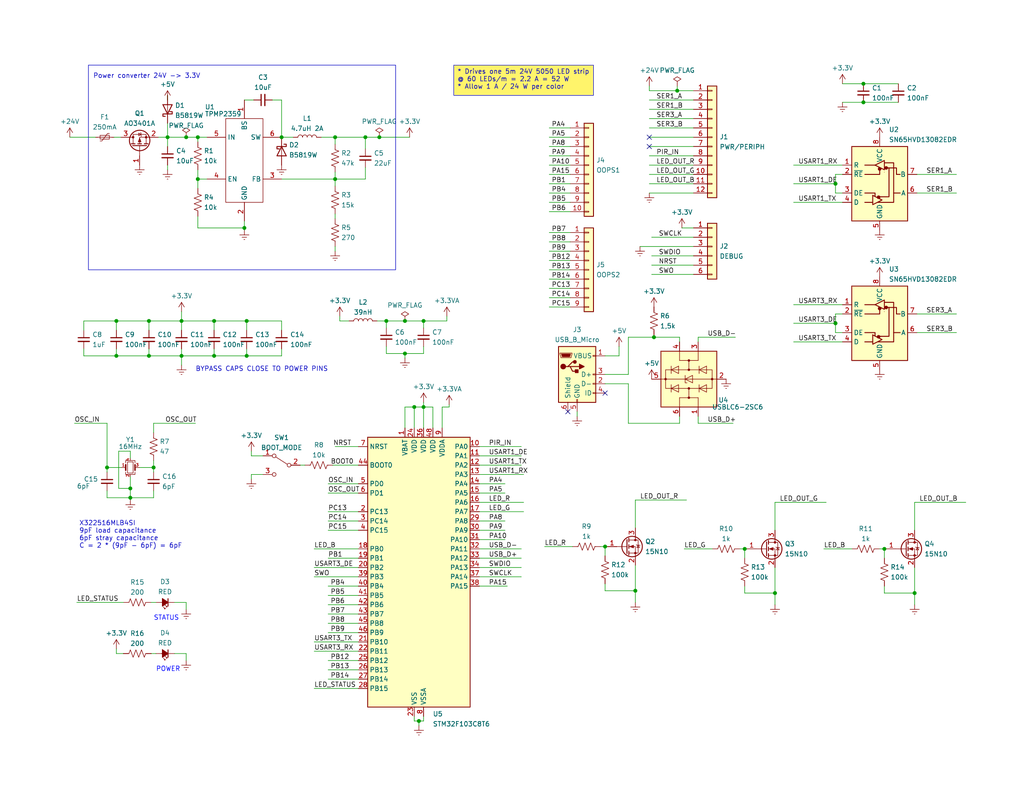
<source format=kicad_sch>
(kicad_sch (version 20230121) (generator eeschema)
  (paper "USLetter")
  (title_block (title "AUINISOMA panel controller") (rev "A"))
  (junction (at 99.695 37.465))
  (junction (at 67.31 87.63))
  (junction (at 114.3 196.85))
  (junction (at 58.42 97.155))
  (junction (at 49.53 97.155))
  (junction (at 110.49 96.52))
  (junction (at 58.42 87.63))
  (junction (at 235.585 27.94))
  (junction (at 178.435 92.075))
  (junction (at 115.57 111.125))
  (junction (at 40.64 97.155))
  (junction (at 35.56 133.35))
  (junction (at 76.835 37.465))
  (junction (at 31.75 87.63))
  (junction (at 29.21 127.635))
  (junction (at 45.72 37.465))
  (junction (at 110.49 87.63))
  (junction (at 53.975 48.895))
  (junction (at 173.355 161.29))
  (junction (at 31.75 97.155))
  (junction (at 91.44 48.895))
  (junction (at 211.455 161.925))
  (junction (at 113.03 111.125))
  (junction (at 41.91 127.635))
  (junction (at 91.44 37.465))
  (junction (at 103.505 37.465))
  (junction (at 40.64 87.63))
  (junction (at 227.965 88.265))
  (junction (at 66.675 62.23))
  (junction (at 50.8 37.465))
  (junction (at 67.31 97.155))
  (junction (at 115.57 87.63))
  (junction (at 53.975 37.465))
  (junction (at 35.56 135.89))
  (junction (at 235.585 22.86))
  (junction (at 184.785 24.765))
  (junction (at 249.555 161.925))
  (junction (at 227.965 50.165))
  (junction (at 105.41 87.63))
  (junction (at 165.1 149.225))
  (junction (at 203.2 149.86))
  (junction (at 241.3 149.86))
  (junction (at 49.53 87.63))
  (no_connect (at 165.1 107.315))
  (no_connect (at 177.165 37.465))
  (no_connect (at 177.165 40.005))
  (no_connect (at 154.94 112.395))
  (wire (pts (xy 177.165 42.545) (xy 189.23 42.545)))
  (wire (pts (xy 53.975 48.895) (xy 56.515 48.895)))
  (wire (pts (xy 91.44 121.92) (xy 97.79 121.92)))
  (wire (pts (xy 85.725 187.96) (xy 97.79 187.96)))
  (wire (pts (xy 38.1 127.635) (xy 41.91 127.635)))
  (wire (pts (xy 240.03 149.86) (xy 241.3 149.86)))
  (wire (pts (xy 130.81 152.4) (xy 142.24 152.4)))
  (wire (pts (xy 110.49 96.52) (xy 115.57 96.52)))
  (wire (pts (xy 99.695 37.465) (xy 91.44 37.465)))
  (wire (pts (xy 165.1 102.235) (xy 171.45 102.235)))
  (wire (pts (xy 149.86 55.245) (xy 155.575 55.245)))
  (wire (pts (xy 22.86 87.63) (xy 31.75 87.63)))
  (wire (pts (xy 58.42 97.155) (xy 58.42 95.25)))
  (wire (pts (xy 99.695 40.64) (xy 99.695 37.465)))
  (wire (pts (xy 58.42 87.63) (xy 58.42 90.17)))
  (wire (pts (xy 35.56 123.19) (xy 32.385 123.19)))
  (wire (pts (xy 113.03 111.125) (xy 115.57 111.125)))
  (wire (pts (xy 163.83 149.225) (xy 165.1 149.225)))
  (wire (pts (xy 130.81 129.54) (xy 142.875 129.54)))
  (wire (pts (xy 177.165 40.005) (xy 189.23 40.005)))
  (wire (pts (xy 35.56 133.35) (xy 35.56 135.89)))
  (wire (pts (xy 229.87 27.94) (xy 235.585 27.94)))
  (wire (pts (xy 31.115 37.465) (xy 33.02 37.465)))
  (wire (pts (xy 40.64 97.155) (xy 49.53 97.155)))
  (wire (pts (xy 177.165 29.845) (xy 189.23 29.845)))
  (wire (pts (xy 19.05 37.465) (xy 26.035 37.465)))
  (wire (pts (xy 130.81 149.86) (xy 142.24 149.86)))
  (wire (pts (xy 89.535 152.4) (xy 97.79 152.4)))
  (wire (pts (xy 68.58 130.81) (xy 68.58 129.54)))
  (wire (pts (xy 22.86 97.155) (xy 31.75 97.155)))
  (wire (pts (xy 149.86 34.925) (xy 155.575 34.925)))
  (wire (pts (xy 90.805 127) (xy 97.79 127)))
  (wire (pts (xy 148.59 149.225) (xy 156.21 149.225)))
  (wire (pts (xy 31.75 178.435) (xy 33.655 178.435)))
  (wire (pts (xy 177.165 37.465) (xy 189.23 37.465)))
  (wire (pts (xy 49.53 95.25) (xy 49.53 97.155)))
  (wire (pts (xy 216.535 93.345) (xy 229.87 93.345)))
  (wire (pts (xy 130.81 121.92) (xy 142.24 121.92)))
  (wire (pts (xy 91.44 48.895) (xy 91.44 50.8)))
  (wire (pts (xy 47.625 178.435) (xy 50.8 178.435)))
  (wire (pts (xy 130.81 134.62) (xy 137.795 134.62)))
  (wire (pts (xy 165.1 159.385) (xy 165.1 161.29)))
  (wire (pts (xy 40.64 87.63) (xy 40.64 90.17)))
  (wire (pts (xy 115.57 87.63) (xy 121.92 87.63)))
  (wire (pts (xy 41.91 115.57) (xy 53.34 115.57)))
  (wire (pts (xy 249.555 154.94) (xy 249.555 161.925)))
  (wire (pts (xy 110.49 97.79) (xy 110.49 96.52)))
  (wire (pts (xy 177.165 23.495) (xy 177.165 24.765)))
  (wire (pts (xy 45.72 40.005) (xy 45.72 37.465)))
  (wire (pts (xy 85.725 175.26) (xy 97.79 175.26)))
  (wire (pts (xy 105.41 87.63) (xy 110.49 87.63)))
  (wire (pts (xy 130.81 139.7) (xy 142.875 139.7)))
  (wire (pts (xy 91.44 68.58) (xy 91.44 67.31)))
  (wire (pts (xy 201.93 149.86) (xy 203.2 149.86)))
  (wire (pts (xy 113.03 111.125) (xy 113.03 116.84)))
  (wire (pts (xy 177.165 24.765) (xy 184.785 24.765)))
  (wire (pts (xy 249.555 161.925) (xy 249.555 165.1)))
  (wire (pts (xy 114.3 196.85) (xy 115.57 196.85)))
  (wire (pts (xy 115.57 111.125) (xy 118.11 111.125)))
  (wire (pts (xy 66.675 27.305) (xy 69.215 27.305)))
  (wire (pts (xy 211.455 137.16) (xy 225.425 137.16)))
  (wire (pts (xy 76.835 87.63) (xy 76.835 90.17)))
  (wire (pts (xy 114.3 196.85) (xy 114.3 198.12)))
  (wire (pts (xy 121.92 87.63) (xy 121.92 86.36)))
  (wire (pts (xy 35.56 130.175) (xy 35.56 133.35)))
  (wire (pts (xy 177.165 47.625) (xy 189.23 47.625)))
  (wire (pts (xy 149.86 76.2) (xy 155.575 76.2)))
  (wire (pts (xy 31.75 95.25) (xy 31.75 97.155)))
  (wire (pts (xy 130.81 137.16) (xy 142.875 137.16)))
  (wire (pts (xy 185.42 115.57) (xy 185.42 113.665)))
  (wire (pts (xy 22.86 90.17) (xy 22.86 87.63)))
  (wire (pts (xy 110.49 87.63) (xy 115.57 87.63)))
  (wire (pts (xy 67.31 95.25) (xy 67.31 97.155)))
  (wire (pts (xy 41.91 118.11) (xy 41.91 115.57)))
  (wire (pts (xy 41.275 178.435) (xy 42.545 178.435)))
  (wire (pts (xy 203.2 160.02) (xy 203.2 161.925)))
  (wire (pts (xy 91.44 37.465) (xy 91.44 39.37)))
  (wire (pts (xy 157.48 112.395) (xy 157.48 113.665)))
  (wire (pts (xy 130.81 127) (xy 142.24 127)))
  (wire (pts (xy 229.87 85.725) (xy 227.965 85.725)))
  (wire (pts (xy 89.535 185.42) (xy 97.79 185.42)))
  (wire (pts (xy 149.86 66.04) (xy 155.575 66.04)))
  (wire (pts (xy 89.535 180.34) (xy 97.79 180.34)))
  (wire (pts (xy 177.165 27.305) (xy 189.23 27.305)))
  (wire (pts (xy 49.53 85.09) (xy 49.53 87.63)))
  (wire (pts (xy 89.535 172.72) (xy 97.79 172.72)))
  (wire (pts (xy 105.41 87.63) (xy 105.41 89.535)))
  (wire (pts (xy 216.535 55.245) (xy 229.87 55.245)))
  (wire (pts (xy 177.165 45.085) (xy 189.23 45.085)))
  (wire (pts (xy 49.53 97.155) (xy 58.42 97.155)))
  (wire (pts (xy 229.87 90.805) (xy 227.965 90.805)))
  (wire (pts (xy 241.3 161.925) (xy 249.555 161.925)))
  (wire (pts (xy 89.535 167.64) (xy 97.79 167.64)))
  (wire (pts (xy 89.535 160.02) (xy 97.79 160.02)))
  (wire (pts (xy 99.695 45.72) (xy 99.695 48.895)))
  (wire (pts (xy 41.91 125.73) (xy 41.91 127.635)))
  (wire (pts (xy 31.75 97.155) (xy 40.64 97.155)))
  (wire (pts (xy 249.555 144.78) (xy 249.555 137.16)))
  (wire (pts (xy 149.86 81.28) (xy 155.575 81.28)))
  (wire (pts (xy 165.1 151.765) (xy 165.1 149.225)))
  (wire (pts (xy 203.2 152.4) (xy 203.2 149.86)))
  (wire (pts (xy 168.91 94.615) (xy 168.91 97.155)))
  (wire (pts (xy 67.31 87.63) (xy 67.31 90.17)))
  (wire (pts (xy 149.86 45.085) (xy 155.575 45.085)))
  (wire (pts (xy 173.355 161.29) (xy 173.355 164.465)))
  (wire (pts (xy 41.91 127.635) (xy 41.91 128.905)))
  (wire (pts (xy 102.87 87.63) (xy 105.41 87.63)))
  (wire (pts (xy 229.87 22.86) (xy 235.585 22.86)))
  (wire (pts (xy 32.385 123.19) (xy 32.385 133.35)))
  (wire (pts (xy 203.2 161.925) (xy 211.455 161.925)))
  (wire (pts (xy 47.625 164.465) (xy 50.8 164.465)))
  (wire (pts (xy 149.86 50.165) (xy 155.575 50.165)))
  (wire (pts (xy 149.86 68.58) (xy 155.575 68.58)))
  (wire (pts (xy 203.2 149.86) (xy 203.835 149.86)))
  (wire (pts (xy 130.81 154.94) (xy 142.24 154.94)))
  (wire (pts (xy 130.81 124.46) (xy 142.24 124.46)))
  (wire (pts (xy 173.355 136.525) (xy 187.325 136.525)))
  (wire (pts (xy 130.81 157.48) (xy 142.24 157.48)))
  (wire (pts (xy 31.75 177.165) (xy 31.75 178.435)))
  (wire (pts (xy 229.87 52.705) (xy 227.965 52.705)))
  (wire (pts (xy 211.455 161.925) (xy 211.455 165.1)))
  (wire (pts (xy 115.57 87.63) (xy 115.57 89.535)))
  (wire (pts (xy 41.91 135.89) (xy 41.91 133.985)))
  (wire (pts (xy 227.965 47.625) (xy 227.965 50.165)))
  (wire (pts (xy 53.975 62.23) (xy 53.975 59.055)))
  (wire (pts (xy 68.58 129.54) (xy 71.755 129.54)))
  (wire (pts (xy 113.03 195.58) (xy 113.03 196.85)))
  (wire (pts (xy 115.57 196.85) (xy 115.57 195.58)))
  (wire (pts (xy 165.1 161.29) (xy 173.355 161.29)))
  (wire (pts (xy 186.055 62.23) (xy 189.23 62.23)))
  (wire (pts (xy 66.675 60.325) (xy 66.675 62.23)))
  (wire (pts (xy 67.31 87.63) (xy 76.835 87.63)))
  (wire (pts (xy 113.03 196.85) (xy 114.3 196.85)))
  (wire (pts (xy 89.535 162.56) (xy 97.79 162.56)))
  (wire (pts (xy 249.555 137.16) (xy 263.525 137.16)))
  (wire (pts (xy 76.835 97.155) (xy 67.31 97.155)))
  (wire (pts (xy 178.435 92.075) (xy 185.42 92.075)))
  (wire (pts (xy 22.86 95.25) (xy 22.86 97.155)))
  (wire (pts (xy 185.42 92.075) (xy 185.42 93.345)))
  (wire (pts (xy 115.57 96.52) (xy 115.57 94.615)))
  (wire (pts (xy 178.435 91.44) (xy 178.435 92.075)))
  (wire (pts (xy 120.65 111.125) (xy 120.65 116.84)))
  (wire (pts (xy 89.535 142.24) (xy 97.79 142.24)))
  (wire (pts (xy 89.535 170.18) (xy 97.79 170.18)))
  (wire (pts (xy 227.965 85.725) (xy 227.965 88.265)))
  (wire (pts (xy 184.785 23.495) (xy 184.785 24.765)))
  (wire (pts (xy 89.535 139.7) (xy 97.79 139.7)))
  (wire (pts (xy 130.81 160.02) (xy 138.43 160.02)))
  (wire (pts (xy 45.72 46.355) (xy 45.72 45.085)))
  (wire (pts (xy 20.32 115.57) (xy 29.21 115.57)))
  (wire (pts (xy 130.81 142.24) (xy 137.795 142.24)))
  (wire (pts (xy 29.21 127.635) (xy 29.21 128.905)))
  (wire (pts (xy 216.535 83.185) (xy 229.87 83.185)))
  (wire (pts (xy 122.555 111.125) (xy 120.65 111.125)))
  (wire (pts (xy 227.965 90.805) (xy 227.965 88.265)))
  (wire (pts (xy 211.455 154.94) (xy 211.455 161.925)))
  (wire (pts (xy 85.725 149.86) (xy 97.79 149.86)))
  (wire (pts (xy 171.45 115.57) (xy 185.42 115.57)))
  (wire (pts (xy 50.8 164.465) (xy 50.8 166.37)))
  (wire (pts (xy 41.275 164.465) (xy 42.545 164.465)))
  (wire (pts (xy 130.81 132.08) (xy 137.795 132.08)))
  (wire (pts (xy 165.1 104.775) (xy 171.45 104.775)))
  (wire (pts (xy 171.45 92.075) (xy 178.435 92.075)))
  (wire (pts (xy 190.5 115.57) (xy 200.025 115.57)))
  (wire (pts (xy 76.835 37.465) (xy 80.01 37.465)))
  (wire (pts (xy 45.72 37.465) (xy 50.8 37.465)))
  (wire (pts (xy 56.515 37.465) (xy 53.975 37.465)))
  (wire (pts (xy 49.53 99.695) (xy 49.53 97.155)))
  (wire (pts (xy 173.355 144.145) (xy 173.355 136.525)))
  (wire (pts (xy 29.21 135.89) (xy 29.21 133.985)))
  (wire (pts (xy 40.64 87.63) (xy 49.53 87.63)))
  (wire (pts (xy 224.79 149.86) (xy 232.41 149.86)))
  (wire (pts (xy 115.57 111.125) (xy 115.57 116.84)))
  (wire (pts (xy 241.3 152.4) (xy 241.3 149.86)))
  (wire (pts (xy 76.835 95.25) (xy 76.835 97.155)))
  (wire (pts (xy 87.63 37.465) (xy 91.44 37.465)))
  (wire (pts (xy 130.81 147.32) (xy 137.795 147.32)))
  (wire (pts (xy 149.86 40.005) (xy 155.575 40.005)))
  (wire (pts (xy 103.505 37.465) (xy 111.76 37.465)))
  (wire (pts (xy 115.57 109.855) (xy 115.57 111.125)))
  (wire (pts (xy 110.49 111.125) (xy 110.49 116.84)))
  (wire (pts (xy 250.19 85.725) (xy 260.985 85.725)))
  (wire (pts (xy 177.8 69.85) (xy 189.23 69.85)))
  (wire (pts (xy 89.535 165.1) (xy 97.79 165.1)))
  (wire (pts (xy 216.535 50.165) (xy 227.965 50.165)))
  (wire (pts (xy 68.58 124.46) (xy 71.755 124.46)))
  (wire (pts (xy 45.72 26.035) (xy 45.72 27.305)))
  (wire (pts (xy 50.8 37.465) (xy 53.975 37.465)))
  (wire (pts (xy 89.535 144.78) (xy 97.79 144.78)))
  (wire (pts (xy 105.41 94.615) (xy 105.41 96.52)))
  (wire (pts (xy 66.675 62.865) (xy 66.675 62.23)))
  (wire (pts (xy 149.86 37.465) (xy 155.575 37.465)))
  (wire (pts (xy 149.86 47.625) (xy 155.575 47.625)))
  (wire (pts (xy 43.18 37.465) (xy 45.72 37.465)))
  (wire (pts (xy 49.53 87.63) (xy 49.53 90.17)))
  (wire (pts (xy 177.8 64.77) (xy 189.23 64.77)))
  (wire (pts (xy 171.45 102.235) (xy 171.45 92.075)))
  (wire (pts (xy 229.87 47.625) (xy 227.965 47.625)))
  (wire (pts (xy 149.86 78.74) (xy 155.575 78.74)))
  (wire (pts (xy 250.19 52.705) (xy 260.985 52.705)))
  (wire (pts (xy 165.1 149.225) (xy 165.735 149.225)))
  (wire (pts (xy 105.41 96.52) (xy 110.49 96.52)))
  (wire (pts (xy 35.56 125.095) (xy 35.56 123.19)))
  (wire (pts (xy 149.86 63.5) (xy 155.575 63.5)))
  (wire (pts (xy 53.975 37.465) (xy 53.975 38.735)))
  (wire (pts (xy 89.535 182.88) (xy 97.79 182.88)))
  (wire (pts (xy 76.835 48.895) (xy 91.44 48.895)))
  (wire (pts (xy 174.625 67.31) (xy 189.23 67.31)))
  (wire (pts (xy 190.5 92.075) (xy 190.5 93.345)))
  (wire (pts (xy 31.75 87.63) (xy 31.75 90.17)))
  (wire (pts (xy 92.71 87.63) (xy 92.71 86.36)))
  (wire (pts (xy 149.86 57.785) (xy 155.575 57.785)))
  (wire (pts (xy 184.785 24.765) (xy 189.23 24.765)))
  (wire (pts (xy 177.165 34.925) (xy 189.23 34.925)))
  (wire (pts (xy 235.585 27.94) (xy 245.11 27.94)))
  (wire (pts (xy 241.3 160.02) (xy 241.3 161.925)))
  (wire (pts (xy 66.675 62.23) (xy 53.975 62.23)))
  (wire (pts (xy 74.295 27.305) (xy 76.835 27.305)))
  (wire (pts (xy 89.535 134.62) (xy 97.79 134.62)))
  (wire (pts (xy 81.915 127) (xy 83.185 127)))
  (wire (pts (xy 29.21 135.89) (xy 35.56 135.89)))
  (wire (pts (xy 29.21 127.635) (xy 33.02 127.635)))
  (wire (pts (xy 149.86 42.545) (xy 155.575 42.545)))
  (wire (pts (xy 235.585 22.86) (xy 245.11 22.86)))
  (wire (pts (xy 177.8 72.39) (xy 189.23 72.39)))
  (wire (pts (xy 149.86 83.82) (xy 155.575 83.82)))
  (wire (pts (xy 171.45 104.775) (xy 171.45 115.57)))
  (wire (pts (xy 91.44 48.895) (xy 99.695 48.895)))
  (wire (pts (xy 250.19 47.625) (xy 260.985 47.625)))
  (wire (pts (xy 130.81 144.78) (xy 137.795 144.78)))
  (wire (pts (xy 211.455 144.78) (xy 211.455 137.16)))
  (wire (pts (xy 227.965 52.705) (xy 227.965 50.165)))
  (wire (pts (xy 53.975 48.895) (xy 53.975 51.435)))
  (wire (pts (xy 53.975 46.355) (xy 53.975 48.895)))
  (wire (pts (xy 85.725 177.8) (xy 97.79 177.8)))
  (wire (pts (xy 91.44 46.99) (xy 91.44 48.895)))
  (wire (pts (xy 45.72 33.655) (xy 45.72 37.465)))
  (wire (pts (xy 190.5 115.57) (xy 190.5 113.665)))
  (wire (pts (xy 58.42 87.63) (xy 67.31 87.63)))
  (wire (pts (xy 149.86 71.12) (xy 155.575 71.12)))
  (wire (pts (xy 177.165 50.165) (xy 189.23 50.165)))
  (wire (pts (xy 149.86 52.705) (xy 155.575 52.705)))
  (wire (pts (xy 99.695 37.465) (xy 103.505 37.465)))
  (wire (pts (xy 76.835 27.305) (xy 76.835 37.465)))
  (wire (pts (xy 165.1 97.155) (xy 168.91 97.155)))
  (wire (pts (xy 35.56 136.525) (xy 35.56 135.89)))
  (wire (pts (xy 91.44 58.42) (xy 91.44 59.69)))
  (wire (pts (xy 190.5 92.075) (xy 200.66 92.075)))
  (wire (pts (xy 110.49 111.125) (xy 113.03 111.125)))
  (wire (pts (xy 241.3 149.86) (xy 241.935 149.86)))
  (wire (pts (xy 122.555 111.125) (xy 122.555 110.49)))
  (wire (pts (xy 177.165 52.705) (xy 189.23 52.705)))
  (wire (pts (xy 31.75 87.63) (xy 40.64 87.63)))
  (wire (pts (xy 250.19 90.805) (xy 260.985 90.805)))
  (wire (pts (xy 173.355 154.305) (xy 173.355 161.29)))
  (wire (pts (xy 40.64 95.25) (xy 40.64 97.155)))
  (wire (pts (xy 67.31 97.155) (xy 58.42 97.155)))
  (wire (pts (xy 50.8 178.435) (xy 50.8 180.34)))
  (wire (pts (xy 89.535 132.08) (xy 97.79 132.08)))
  (wire (pts (xy 118.11 111.125) (xy 118.11 116.84)))
  (wire (pts (xy 216.535 45.085) (xy 229.87 45.085)))
  (wire (pts (xy 216.535 88.265) (xy 227.965 88.265)))
  (wire (pts (xy 186.69 149.86) (xy 194.31 149.86)))
  (wire (pts (xy 68.58 123.19) (xy 68.58 124.46)))
  (wire (pts (xy 95.25 87.63) (xy 92.71 87.63)))
  (wire (pts (xy 177.8 74.93) (xy 189.23 74.93)))
  (wire (pts (xy 85.725 154.94) (xy 97.79 154.94)))
  (wire (pts (xy 35.56 135.89) (xy 41.91 135.89)))
  (wire (pts (xy 149.86 73.66) (xy 155.575 73.66)))
  (wire (pts (xy 49.53 87.63) (xy 58.42 87.63)))
  (wire (pts (xy 177.165 32.385) (xy 189.23 32.385)))
  (wire (pts (xy 32.385 133.35) (xy 35.56 133.35)))
  (wire (pts (xy 29.21 115.57) (xy 29.21 127.635)))
  (wire (pts (xy 85.725 157.48) (xy 97.79 157.48)))
  (wire (pts (xy 20.955 164.465) (xy 33.655 164.465)))
  (rectangle (start 24.13 17.78) (end 107.95 73.66))
  (text_box "* Drives one 5m 24V 5050 LED strip @ 60 LEDs/m = 2.2 A = 52 W\n* Allow 1 A / 24 W per color\n" (at 123.825 17.78 0) (size 38.1 8.255) (fill (type color) (color 255 244 107 1)) (effects (font (size 1.27 1.27)) (justify left top)))
  (text "BYPASS CAPS CLOSE TO POWER PINS" (at 53.34 101.6 0) (effects (font (size 1.27 1.27)) (justify left bottom)))
  (text "Power converter 24V -> 3.3V" (at 25.4 21.59 0) (effects (font (size 1.27 1.27)) (justify left bottom)))
  (text "POWER" (at 42.545 183.515 0) (effects (font (size 1.27 1.27)) (justify left bottom)))
  (text "STATUS" (at 41.91 169.545 0) (effects (font (size 1.27 1.27)) (justify left bottom)))
  (text "X322516MLB4SI\n9pF load capacitance\n6pF stray capacitance\nC = 2 * (9pF - 6pF) = 6pF" (at 21.59 149.86 0) (effects (font (size 1.27 1.27)) (justify left bottom)))
  (label "LED_R" (at 133.35 137.16 0))
  (label "PB1" (at 150.495 50.165 0))
  (label "PB8" (at 150.495 66.04 0))
  (label "PB14" (at 90.17 185.42 0))
  (label "PB13" (at 90.17 182.88 0))
  (label "USART1_RX" (at 217.805 45.085 0))
  (label "PB6" (at 90.17 165.1 0))
  (label "USB_D+" (at 193.04 115.57 0))
  (label "LED_OUT_R" (at 174.625 136.525 0))
  (label "LED_OUT_R" (at 179.07 45.085 0))
  (label "PB9" (at 90.17 172.72 0))
  (label "PB14" (at 150.495 76.2 0))
  (label "USB_D-" (at 193.04 92.075 0))
  (label "PB6" (at 150.495 57.785 0))
  (label "PB7" (at 150.495 63.5 0))
  (label "PA10" (at 133.35 147.32 0))
  (label "USART3_RX" (at 217.805 83.185 0))
  (label "SER3_A" (at 179.07 32.385 0))
  (label "SWO" (at 179.705 74.93 0))
  (label "LED_OUT_B" (at 179.07 50.165 0))
  (label "PA8" (at 133.35 142.24 0))
  (label "PB12" (at 150.495 71.12 0))
  (label "USART1_RX" (at 133.35 129.54 0))
  (label "SWO" (at 85.725 157.48 0))
  (label "PB12" (at 90.17 180.34 0))
  (label "SER1_A" (at 179.07 27.305 0))
  (label "SWCLK" (at 133.35 157.48 0))
  (label "PA4" (at 133.35 132.08 0))
  (label "USART3_DE" (at 217.805 88.265 0))
  (label "LED_STATUS" (at 85.725 187.96 0))
  (label "SWDIO" (at 133.35 154.94 0))
  (label "OSC_OUT" (at 89.535 134.62 0))
  (label "PB5" (at 150.495 55.245 0))
  (label "USART1_TX" (at 217.805 55.245 0))
  (label "LED_B" (at 224.79 149.86 0))
  (label "PA5" (at 150.495 37.465 0))
  (label "USART1_DE" (at 133.35 124.46 0))
  (label "PB1" (at 89.535 152.4 0))
  (label "PC15" (at 150.495 83.82 0))
  (label "PB8" (at 90.17 170.18 0))
  (label "PA5" (at 133.35 134.62 0))
  (label "OSC_OUT" (at 45.085 115.57 0))
  (label "OSC_IN" (at 20.32 115.57 0))
  (label "LED_OUT_G" (at 179.07 47.625 0))
  (label "USART1_DE" (at 217.805 50.165 0))
  (label "PC14" (at 89.535 142.24 0))
  (label "SWDIO" (at 179.705 69.85 0))
  (label "SER3_B" (at 252.73 90.805 0))
  (label "NRST" (at 179.705 72.39 0))
  (label "PB4" (at 90.17 160.02 0))
  (label "PA9" (at 150.495 42.545 0))
  (label "USART3_DE" (at 85.725 154.94 0))
  (label "USART3_TX" (at 217.805 93.345 0))
  (label "LED_R" (at 148.59 149.225 0))
  (label "SER1_A" (at 252.73 47.625 0))
  (label "SER3_A" (at 252.73 85.725 0))
  (label "LED_OUT_G" (at 212.725 137.16 0))
  (label "PC14" (at 150.495 81.28 0))
  (label "PC13" (at 150.495 78.74 0))
  (label "PA8" (at 150.495 40.005 0))
  (label "PB5" (at 90.17 162.56 0))
  (label "PB7" (at 90.17 167.64 0))
  (label "LED_B" (at 85.725 149.86 0))
  (label "LED_G" (at 186.69 149.86 0))
  (label "USART3_RX" (at 85.725 177.8 0))
  (label "SWCLK" (at 179.705 64.77 0))
  (label "USB_D-" (at 133.35 149.86 0))
  (label "LED_G" (at 133.35 139.7 0))
  (label "PA10" (at 150.495 45.085 0))
  (label "PC13" (at 89.535 139.7 0))
  (label "PA9" (at 133.35 144.78 0))
  (label "PC15" (at 89.535 144.78 0))
  (label "PA15" (at 150.495 47.625 0))
  (label "BOOT0" (at 96.52 127 180))
  (label "PIR_IN" (at 133.35 121.92 0))
  (label "USB_D+" (at 133.35 152.4 0))
  (label "OSC_IN" (at 89.535 132.08 0))
  (label "PB13" (at 150.495 73.66 0))
  (label "LED_STATUS" (at 20.955 164.465 0))
  (label "PA15" (at 133.35 160.02 0))
  (label "PA4" (at 150.495 34.925 0))
  (label "USART1_TX" (at 133.35 127 0))
  (label "SER1_B" (at 179.07 29.845 0))
  (label "PIR_IN" (at 179.07 42.545 0))
  (label "PB9" (at 150.495 68.58 0))
  (label "USART3_TX" (at 85.725 175.26 0))
  (label "SER3_B" (at 179.07 34.925 0))
  (label "PB4" (at 150.495 52.705 0))
  (label "NRST" (at 95.885 121.92 180))
  (label "LED_OUT_B" (at 250.825 137.16 0))
  (label "SER1_B" (at 252.73 52.705 0))
  (symbol (lib_id "power:GNDREF") (at 66.675 62.865 0) (unit 1)
    (property "Reference" "#PWR013" (effects hide))
    (property "Value" "GND" (effects hide))
  )
  (symbol (lib_id "Transistor_FET:AO3400A") (at 170.815 149.225 0) (unit 1)
    (property "Reference" "Q2" (at 176.022 147.8533 0) (effects (justify left)))
    (property "Value" "15N10" (at 176.022 150.5966 0) (effects (justify left)))
    (property "Footprint" "Package_TO_SOT_SMD:TO-252-3_TabPin2" (effects hide))
    (property "Datasheet" "https://datasheet.lcsc.com/lcsc/2212161908_VBsemi-Elec-15N10-TO252-VB_C557919.pdf" (effects hide))
    (property "JCSC Part #" "C557919" (effects hide))
  )
  (symbol (lib_id "Device:R_US") (at 198.12 149.86 90) (unit 1)
    (property "Reference" "R10" (at 198.12 144.348 90))
    (property "Value" "1k" (at 198.12 147.0913 90))
    (property "Footprint" "Resistor_SMD:R_0603_1608Metric" (effects hide))
  )
  (symbol (lib_id "Device:R_US") (at 160.02 149.225 90) (unit 1)
    (property "Reference" "R9" (at 160.02 143.713 90))
    (property "Value" "1k" (at 160.02 146.4563 90))
    (property "Footprint" "Resistor_SMD:R_0603_1608Metric" (effects hide))
  )
  (symbol (lib_id "Device:R_US") (at 53.975 55.245 0) (unit 1)
    (property "Reference" "R4" (at 55.626 53.8733 0) (effects (justify left)))
    (property "Value" "10k" (at 55.626 56.6166 0) (effects (justify left)))
    (property "Footprint" "Resistor_SMD:R_0603_1608Metric" (effects hide))
  )
  (symbol (lib_id "Device:C_Small") (at 29.21 131.445 0) (unit 1)
    (property "Reference" "C15" (at 22.86 130.81 0) (effects (justify left)))
    (property "Value" "6pF" (at 20.955 132.715 0) (effects (justify left)))
    (property "Footprint" "Capacitor_SMD:C_0603_1608Metric" (effects hide))
  )
  (symbol (lib_id "power:+3.3V") (at 92.71 86.36 0) (unit 1)
    (property "Reference" "#PWR020" (effects hide))
    (property "Value" "+3.3V" (at 92.71 82.0674 0))
  )
  (symbol (lib_id "Device:LED_Small_Filled") (at 45.085 164.465 180) (unit 1)
    (property "Reference" "D3" (at 45.0215 158.826 0))
    (property "Value" "RED" (at 45.0215 161.5693 0))
    (property "Footprint" "LED_SMD:LED_0805_2012Metric" (effects hide))
    (property "JCSC Part #" "C2297" (effects hide))
  )
  (symbol (lib_id "power:GNDREF") (at 114.3 198.12 0) (unit 1)
    (property "Reference" "#PWR038" (effects hide))
    (property "Value" "GND" (effects hide))
  )
  (symbol (lib_id "power:GNDREF") (at 173.355 164.465 0) (unit 1)
    (property "Reference" "#PWR034" (effects hide))
    (property "Value" "GND" (effects hide))
  )
  (symbol (lib_id "power:GNDREF") (at 211.455 165.1 0) (unit 1)
    (property "Reference" "#PWR035" (effects hide))
    (property "Value" "GND" (effects hide))
  )
  (symbol (lib_id "Device:Crystal_GND24_Small") (at 35.56 127.635 0) (unit 1)
    (property "Reference" "Y1" (at 35.56 120.015 0))
    (property "Value" "16MHz" (at 35.56 121.92 0))
    (property "Footprint" "Crystal:Crystal_SMD_3225-4Pin_3.2x2.5mm" (effects hide))
  )
  (symbol (lib_id "power:+3.3V") (at 115.57 109.855 0) (unit 1)
    (property "Reference" "#PWR028" (effects hide))
    (property "Value" "+3.3V" (at 115.57 105.5624 0))
  )
  (symbol (lib_id "MCU_ST_STM32F1:STM32F103C8Tx") (at 113.03 157.48 0) (unit 1)
    (property "Reference" "U5" (at 118.072 194.9196 0) (effects (justify left)))
    (property "Value" "STM32F103C8T6" (at 118.072 197.6629 0) (effects (justify left)))
    (property "Footprint" "Package_QFP:LQFP-48_7x7mm_P0.5mm" (effects hide))
    (property "Datasheet" "https://www.st.com/resource/en/datasheet/stm32f103c8.pdf" (effects hide))
  )
  (symbol (lib_id "Device:C_Small") (at 245.11 25.4 0) (unit 1)
    (property "Reference" "C2" (at 247.4341 24.0346 0) (effects (justify left)))
    (property "Value" "100nF" (at 247.4341 26.7779 0) (effects (justify left)))
    (property "Footprint" "Capacitor_SMD:C_0402_1005Metric" (effects hide))
  )
  (symbol (lib_id "Device:C_Small") (at 40.64 92.71 0) (unit 1)
    (property "Reference" "C10" (at 42.9641 91.3446 0) (effects (justify left)))
    (property "Value" "100nF" (at 42.9641 94.0879 0) (effects (justify left)))
    (property "Footprint" "Capacitor_SMD:C_0402_1005Metric" (effects hide))
  )
  (symbol (lib_id "power:+3.3V") (at 240.03 75.565 0) (unit 1)
    (property "Reference" "#PWR017" (effects hide))
    (property "Value" "+3.3V" (at 240.03 71.2724 0))
  )
  (symbol (lib_id "power:+3.3VA") (at 121.92 86.36 0) (unit 1)
    (property "Reference" "#PWR021" (effects hide))
    (property "Value" "+3.3VA" (at 121.92 82.0674 0))
  )
  (symbol (lib_id "power:+3.3V") (at 186.055 62.23 0) (unit 1)
    (property "Reference" "#PWR012" (effects hide))
    (property "Value" "+3.3V" (at 186.055 57.9374 0))
  )
  (symbol (lib_id "power:+3.3V") (at 111.76 37.465 0) (unit 1)
    (property "Reference" "#PWR06" (effects hide))
    (property "Value" "+3.3V" (at 111.76 33.1724 0))
  )
  (symbol (lib_id "Device:C_Small") (at 99.695 43.18 0) (unit 1)
    (property "Reference" "C5" (at 102.0191 41.8146 0) (effects (justify left)))
    (property "Value" "22uF" (at 102.0191 44.5579 0) (effects (justify left)))
    (property "Footprint" "Capacitor_SMD:C_0603_1608Metric" (effects hide))
  )
  (symbol (lib_id "Power_Protection:USBLC6-2SC6") (at 187.96 103.505 90) (unit 1)
    (property "Reference" "U4" (at 198.755 109.22 90) (effects (justify left)))
    (property "Value" "USBLC6-2SC6" (at 208.28 111.125 90) (effects (justify left)))
    (property "Footprint" "Package_TO_SOT_SMD:SOT-23-6" (effects hide))
    (property "Datasheet" "https://www.st.com/resource/en/datasheet/usblc6-2.pdf" (effects hide))
    (property "JCSC Part #" "C2827654" (effects hide))
  )
  (symbol (lib_id "Device:C_Small") (at 76.835 92.71 0) (unit 1)
    (property "Reference" "C14" (at 79.1591 91.3446 0) (effects (justify left)))
    (property "Value" "100nF" (at 79.1591 94.0879 0) (effects (justify left)))
    (property "Footprint" "Capacitor_SMD:C_0402_1005Metric" (effects hide))
  )
  (symbol (lib_id "power:GNDREF") (at 76.835 45.085 0) (unit 1)
    (property "Reference" "#PWR09" (effects hide))
    (property "Value" "GND" (effects hide))
  )
  (symbol (lib_id "power:GNDREF") (at 45.72 46.355 0) (unit 1)
    (property "Reference" "#PWR010" (effects hide))
    (property "Value" "GND" (effects hide))
  )
  (symbol (lib_id "Device:C_Small") (at 58.42 92.71 0) (unit 1)
    (property "Reference" "C12" (at 60.7441 91.3446 0) (effects (justify left)))
    (property "Value" "100nF" (at 60.7441 94.0879 0) (effects (justify left)))
    (property "Footprint" "Capacitor_SMD:C_0402_1005Metric" (effects hide))
  )
  (symbol (lib_id "power:+3.3V") (at 178.435 83.82 0) (unit 1)
    (property "Reference" "#PWR018" (effects hide))
    (property "Value" "+3.3V" (at 178.435 79.5274 0))
  )
  (symbol (lib_id "Device:R_US") (at 91.44 43.18 0) (unit 1)
    (property "Reference" "R2" (at 93.091 41.8083 0) (effects (justify left)))
    (property "Value" "47k" (at 93.091 44.5516 0) (effects (justify left)))
    (property "Footprint" "Resistor_SMD:R_0603_1608Metric" (effects hide))
  )
  (symbol (lib_id "Device:Polyfuse_Small") (at 28.575 37.465 90) (unit 1)
    (property "Reference" "F1" (at 28.575 31.953 90))
    (property "Value" "250mA" (at 28.575 34.6963 90))
  )
  (symbol (lib_id "power:PWR_FLAG") (at 184.785 23.495 0) (unit 1)
    (property "Reference" "#FLG02" (effects hide))
    (property "Value" "PWR_FLAG" (at 184.785 19.2024 0))
  )
  (symbol (lib_id "Connector_Generic:Conn_01x09") (at 160.655 73.66 0) (unit 1)
    (property "Reference" "J5" (at 162.687 72.2883 0) (effects (justify left)))
    (property "Value" "OOPS2" (at 162.687 75.0316 0) (effects (justify left)))
    (property "Footprint" "Connector_PinSocket_2.54mm:PinSocket_1x09_P2.54mm_Vertical" (effects hide))
  )
  (symbol (lib_id "Connector_Generic:Conn_01x10") (at 160.655 45.085 0) (unit 1)
    (property "Reference" "J4" (at 162.687 43.7133 0) (effects (justify left)))
    (property "Value" "OOPS1" (at 162.687 46.4566 0) (effects (justify left)))
    (property "Footprint" "Connector_PinSocket_2.54mm:PinSocket_1x10_P2.54mm_Vertical" (effects hide))
  )
  (symbol (lib_id "power:GNDREF") (at 110.49 97.79 0) (unit 1)
    (property "Reference" "#PWR023" (effects hide))
    (property "Value" "GND" (effects hide))
  )
  (symbol (lib_id "power:GNDREF") (at 157.48 113.665 0) (unit 1)
    (property "Reference" "#PWR030" (effects hide))
    (property "Value" "GND" (effects hide))
  )
  (symbol (lib_id "Device:R_US") (at 53.975 42.545 0) (unit 1)
    (property "Reference" "R1" (at 55.626 41.1733 0) (effects (justify left)))
    (property "Value" "10k" (at 55.626 43.9166 0) (effects (justify left)))
    (property "Footprint" "Resistor_SMD:R_0603_1608Metric" (effects hide))
  )
  (symbol (lib_id "Device:R_US") (at 91.44 63.5 0) (unit 1)
    (property "Reference" "R5" (at 93.091 62.1283 0) (effects (justify left)))
    (property "Value" "270" (at 93.091 64.8716 0) (effects (justify left)))
    (property "Footprint" "Resistor_SMD:R_0603_1608Metric" (effects hide))
  )
  (symbol (lib_id "Device:R_US") (at 86.995 127 90) (unit 1)
    (property "Reference" "R8" (at 86.995 121.488 90))
    (property "Value" "10k" (at 86.995 124.2313 90))
    (property "Footprint" "Resistor_SMD:R_0603_1608Metric" (effects hide))
  )
  (symbol (lib_id "Device:R_US") (at 236.22 149.86 90) (unit 1)
    (property "Reference" "R11" (at 236.22 144.348 90))
    (property "Value" "1k" (at 236.22 147.0913 90))
    (property "Footprint" "Resistor_SMD:R_0603_1608Metric" (effects hide))
  )
  (symbol (lib_id "power:GNDREF") (at 240.03 62.865 0) (unit 1)
    (property "Reference" "#PWR014" (effects hide))
    (property "Value" "GND" (effects hide))
  )
  (symbol (lib_id "Connector_Generic:Conn_01x12") (at 194.31 37.465 0) (unit 1)
    (property "Reference" "J1" (at 196.342 37.3633 0) (effects (justify left)))
    (property "Value" "PWR/PERIPH" (at 196.342 40.1066 0) (effects (justify left)))
    (property "Footprint" "Connector_PinSocket_2.54mm:PinSocket_1x12_P2.54mm_Vertical" (effects hide))
  )
  (symbol (lib_id "power:GNDREF") (at 35.56 136.525 0) (unit 1)
    (property "Reference" "#PWR033" (effects hide))
    (property "Value" "GND" (effects hide))
  )
  (symbol (lib_id "Interface_UART:SN65HVD11HD") (at 240.03 50.165 0) (unit 1)
    (property "Reference" "U2" (at 242.532 35.382 0) (effects (justify left)))
    (property "Value" "SN65HVD13082EDR" (at 242.532 38.1253 0) (effects (justify left)))
    (property "Footprint" "Package_SO:SOIC-8_3.9x4.9mm_P1.27mm" (effects hide))
    (property "Datasheet" "https://atta.szlcsc.com/upload/public/pdf/source/20140704/1457707106132.pdf" (effects hide))
  )
  (symbol (lib_id "power:GNDREF") (at 249.555 165.1 0) (unit 1)
    (property "Reference" "#PWR036" (effects hide))
    (property "Value" "GND" (effects hide))
  )
  (symbol (lib_id "Transistor_FET:AO3400A") (at 247.015 149.86 0) (unit 1)
    (property "Reference" "Q4" (at 252.222 148.4883 0) (effects (justify left)))
    (property "Value" "15N10" (at 252.222 151.2316 0) (effects (justify left)))
    (property "Footprint" "Package_TO_SOT_SMD:TO-252-3_TabPin2" (effects hide))
    (property "Datasheet" "https://datasheet.lcsc.com/lcsc/2212161908_VBsemi-Elec-15N10-TO252-VB_C557919.pdf" (effects hide))
    (property "JCSC Part #" "C557919" (effects hide))
  )
  (symbol (lib_id "Device:L") (at 99.06 87.63 90) (unit 1)
    (property "Reference" "L2" (at 99.06 82.5017 90))
    (property "Value" "39nH" (at 99.06 85.245 90))
    (property "Footprint" "Inductor_SMD:L_0805_2012Metric" (effects hide))
  )
  (symbol (lib_id "Device:C_Small") (at 45.72 42.545 0) (unit 1)
    (property "Reference" "C4" (at 48.0441 41.1796 0) (effects (justify left)))
    (property "Value" "10uF" (at 48.0441 43.9229 0) (effects (justify left)))
    (property "Footprint" "Capacitor_SMD:C_1206_3216Metric" (effects hide))
  )
  (symbol (lib_id "Device:LED_Small_Filled") (at 45.085 178.435 180) (unit 1)
    (property "Reference" "D4" (at 45.0215 172.796 0))
    (property "Value" "RED" (at 45.0215 175.5393 0))
    (property "Footprint" "LED_SMD:LED_0805_2012Metric" (effects hide))
    (property "JCSC Part #" "C2297" (effects hide))
  )
  (symbol (lib_id "power:+24V") (at 177.165 23.495 0) (unit 1)
    (property "Reference" "#PWR02" (effects hide))
    (property "Value" "+24V" (at 177.165 19.2024 0))
  )
  (symbol (lib_id "power:+3.3V") (at 240.03 37.465 0) (unit 1)
    (property "Reference" "#PWR07" (effects hide))
    (property "Value" "+3.3V" (at 240.03 33.1724 0))
  )
  (symbol (lib_id "Device:R_US") (at 91.44 54.61 0) (unit 1)
    (property "Reference" "R3" (at 93.091 53.2383 0) (effects (justify left)))
    (property "Value" "15k" (at 93.091 55.9816 0) (effects (justify left)))
    (property "Footprint" "Resistor_SMD:R_0603_1608Metric" (effects hide))
  )
  (symbol (lib_id "power:GNDREF") (at 49.53 99.695 0) (unit 1)
    (property "Reference" "#PWR024" (effects hide))
    (property "Value" "GND" (effects hide))
  )
  (symbol (lib_id "power:GNDREF") (at 50.8 166.37 0) (unit 1)
    (property "Reference" "#PWR037" (effects hide))
    (property "Value" "GND" (effects hide))
  )
  (symbol (lib_id "power:GNDREF") (at 50.8 180.34 0) (unit 1)
    (property "Reference" "#PWR039" (effects hide))
    (property "Value" "GND" (effects hide))
  )
  (symbol (lib_id "Device:R_US") (at 178.435 87.63 180) (unit 1)
    (property "Reference" "R6" (at 180.086 86.2583 0) (effects (justify right)))
    (property "Value" "1,5k" (at 180.086 89.0016 0) (effects (justify right)))
    (property "Footprint" "Resistor_SMD:R_0603_1608Metric" (effects hide))
  )
  (symbol (lib_id "power:+3.3V") (at 49.53 85.09 0) (unit 1)
    (property "Reference" "#PWR019" (effects hide))
    (property "Value" "+3.3V" (at 49.53 80.7974 0))
  )
  (symbol (lib_id "power:PWR_FLAG") (at 50.8 37.465 0) (unit 1)
    (property "Reference" "#FLG03" (effects hide))
    (property "Value" "PWR_FLAG" (at 50.8 34.29 0))
  )
  (symbol (lib_id "Device:C_Small") (at 105.41 92.075 0) (unit 1)
    (property "Reference" "C6" (at 107.7341 90.7096 0) (effects (justify left)))
    (property "Value" "100nF" (at 107.7341 93.4529 0) (effects (justify left)))
    (property "Footprint" "Capacitor_SMD:C_0402_1005Metric" (effects hide))
  )
  (symbol (lib_id "power:+3.3V") (at 68.58 123.19 0) (unit 1)
    (property "Reference" "#PWR031" (effects hide))
    (property "Value" "+3.3V" (at 68.58 118.8974 0))
  )
  (symbol (lib_id "power:GNDREF") (at 198.12 103.505 0) (unit 1)
    (property "Reference" "#PWR027" (effects hide))
    (property "Value" "GND" (effects hide))
  )
  (symbol (lib_id "Device:C_Small") (at 22.86 92.71 0) (unit 1)
    (property "Reference" "C8" (at 25.1841 91.3446 0) (effects (justify left)))
    (property "Value" "1uF" (at 25.1841 94.0879 0) (effects (justify left)))
    (property "Footprint" "Capacitor_SMD:C_0402_1005Metric" (effects hide))
  )
  (symbol (lib_id "MyLibrary:TPMP2359") (at 66.675 40.005 0) (unit 1)
    (property "Reference" "U1" (at 55.88 29.21 0) (effects (justify left)))
    (property "Value" "TPMP2359" (at 55.88 31.115 0) (effects (justify left)))
    (property "Footprint" "Package_TO_SOT_SMD:SOT-23-6" (effects hide))
    (property "Datasheet" "https://html.alldatasheet.com/html-pdf/189156/MPS/MP2359DJ/421/7/MP2359DJ.html" (effects hide))
  )
  (symbol (lib_id "Device:C_Small") (at 71.755 27.305 90) (unit 1)
    (property "Reference" "C3" (at 71.7613 21.1199 90))
    (property "Value" "10uF" (at 71.7613 23.8632 90))
    (property "Footprint" "Capacitor_SMD:C_0805_2012Metric" (effects hide))
  )
  (symbol (lib_id "power:+3.3V") (at 229.87 22.86 0) (unit 1)
    (property "Reference" "#PWR01" (effects hide))
    (property "Value" "+3.3V" (at 229.87 18.5674 0))
  )
  (symbol (lib_id "power:+5V") (at 177.8 103.505 0) (unit 1)
    (property "Reference" "#PWR026" (effects hide))
    (property "Value" "+5V" (at 177.8 99.2124 0))
  )
  (symbol (lib_id "Device:L") (at 83.82 37.465 90) (unit 1)
    (property "Reference" "L1" (at 83.82 32.3367 90))
    (property "Value" "4.7uH 2A" (at 83.82 35.08 90))
    (property "Footprint" "Inductor_SMD:L_Sunlord_SWPA5020S" (effects hide))
  )
  (symbol (lib_id "Device:R_US") (at 203.2 156.21 180) (unit 1)
    (property "Reference" "R13" (at 204.851 154.8383 0) (effects (justify right)))
    (property "Value" "100k" (at 204.851 157.5816 0) (effects (justify right)))
    (property "Footprint" "Resistor_SMD:R_0603_1608Metric" (effects hide))
  )
  (symbol (lib_id "power:GNDREF") (at 177.165 52.705 0) (unit 1)
    (property "Reference" "#PWR011" (effects hide))
    (property "Value" "GND" (effects hide))
  )
  (symbol (lib_id "power:GNDREF") (at 174.625 67.31 0) (unit 1)
    (property "Reference" "#PWR015" (effects hide))
    (property "Value" "GND" (effects hide))
  )
  (symbol (lib_id "Device:R_US") (at 165.1 155.575 180) (unit 1)
    (property "Reference" "R12" (at 166.751 154.2033 0) (effects (justify right)))
    (property "Value" "100k" (at 166.751 156.9466 0) (effects (justify right)))
    (property "Footprint" "Resistor_SMD:R_0603_1608Metric" (effects hide))
  )
  (symbol (lib_id "power:GNDREF") (at 38.1 45.085 0) (unit 1)
    (property "Reference" "#PWR08" (effects hide))
    (property "Value" "GND" (effects hide))
  )
  (symbol (lib_id "Transistor_FET:AO3400A") (at 208.915 149.86 0) (unit 1)
    (property "Reference" "Q3" (at 214.122 148.4883 0) (effects (justify left)))
    (property "Value" "15N10" (at 214.122 151.2316 0) (effects (justify left)))
    (property "Footprint" "Package_TO_SOT_SMD:TO-252-3_TabPin2" (effects hide))
    (property "Datasheet" "https://datasheet.lcsc.com/lcsc/2212161908_VBsemi-Elec-15N10-TO252-VB_C557919.pdf" (effects hide))
    (property "JCSC Part #" "C557919" (effects hide))
  )
  (symbol (lib_id "Device:C_Small") (at 67.31 92.71 0) (unit 1)
    (property "Reference" "C13" (at 69.6341 91.3446 0) (effects (justify left)))
    (property "Value" "100nF" (at 69.6341 94.0879 0) (effects (justify left)))
    (property "Footprint" "Capacitor_SMD:C_0402_1005Metric" (effects hide))
  )
  (symbol (lib_id "power:+3.3V") (at 31.75 177.165 0) (unit 1)
    (property "Reference" "#PWR040" (effects hide))
    (property "Value" "+3.3V" (at 31.75 172.8724 0))
  )
  (symbol (lib_id "Device:R_US") (at 37.465 164.465 270) (unit 1)
    (property "Reference" "R15" (at 37.465 158.953 90))
    (property "Value" "200" (at 37.465 161.6963 90))
    (property "Footprint" "Resistor_SMD:R_0603_1608Metric" (effects hide))
  )
  (symbol (lib_id "Transistor_FET:AO3401A") (at 38.1 40.005 90) (unit 1)
    (property "Reference" "Q1" (at 38.1 30.937 90))
    (property "Value" "AO3401A" (at 38.1 33.6803 90))
    (property "Footprint" "Package_TO_SOT_SMD:SOT-23" (effects hide))
    (property "Datasheet" "http://www.aosmd.com/pdfs/datasheet/AO3401A.pdf" (effects hide))
    (property "JCSC Part #" "C15127" (effects hide))
  )
  (symbol (lib_id "power:PWR_FLAG") (at 110.49 87.63 0) (unit 1)
    (property "Reference" "#FLG04" (effects hide))
    (property "Value" "PWR_FLAG" (at 110.49 83.3374 0))
  )
  (symbol (lib_id "Device:C_Small") (at 49.53 92.71 0) (unit 1)
    (property "Reference" "C11" (at 51.8541 91.3446 0) (effects (justify left)))
    (property "Value" "100nF" (at 51.8541 94.0879 0) (effects (justify left)))
    (property "Footprint" "Capacitor_SMD:C_0402_1005Metric" (effects hide))
  )
  (symbol (lib_id "power:PWR_FLAG") (at 103.505 37.465 0) (unit 1)
    (property "Reference" "#FLG01" (effects hide))
    (property "Value" "PWR_FLAG" (at 103.505 33.1724 0))
  )
  (symbol (lib_id "power:+24V") (at 19.05 37.465 0) (unit 1)
    (property "Reference" "#PWR05" (effects hide))
    (property "Value" "+24V" (at 19.05 33.1724 0))
  )
  (symbol (lib_id "power:GNDREF") (at 68.58 130.81 0) (unit 1)
    (property "Reference" "#PWR032" (effects hide))
    (property "Value" "GND" (effects hide))
  )
  (symbol (lib_id "Device:D_Schottky") (at 45.72 29.845 90) (unit 1)
    (property "Reference" "D1" (at 47.752 28.7908 90) (effects (justify right)))
    (property "Value" "B5819W" (at 47.752 31.5341 90) (effects (justify right)))
    (property "Footprint" "Diode_SMD:D_SOD-123" (effects hide))
    (property "JCSC Part #" "C8598" (effects hide))
  )
  (symbol (lib_id "Device:R_US") (at 37.465 178.435 270) (unit 1)
    (property "Reference" "R16" (at 37.465 172.923 90))
    (property "Value" "200" (at 37.465 175.6663 90))
    (property "Footprint" "Resistor_SMD:R_0603_1608Metric" (effects hide))
  )
  (symbol (lib_id "Device:D_Schottky") (at 76.835 41.275 270) (unit 1)
    (property "Reference" "D2" (at 78.867 39.5858 90) (effects (justify left)))
    (property "Value" "B5819W" (at 78.867 42.3291 90) (effects (justify left)))
    (property "Footprint" "Diode_SMD:D_SOD-123" (effects hide))
    (property "JCSC Part #" "C8598" (effects hide))
  )
  (symbol (lib_id "power:+5V") (at 45.72 27.305 0) (unit 1)
    (property "Reference" "#PWR03" (effects hide))
    (property "Value" "+5V" (at 45.72 23.0124 0))
  )
  (symbol (lib_id "power:GNDREF") (at 229.87 27.94 0) (unit 1)
    (property "Reference" "#PWR04" (effects hide))
    (property "Value" "GND" (effects hide))
  )
  (symbol (lib_id "power:+5V") (at 168.91 94.615 0) (unit 1)
    (property "Reference" "#PWR022" (effects hide))
    (property "Value" "+5V" (at 168.91 90.3224 0))
  )
  (symbol (lib_id "Device:C_Small") (at 31.75 92.71 0) (unit 1)
    (property "Reference" "C9" (at 34.0741 91.3446 0) (effects (justify left)))
    (property "Value" "100nF" (at 34.0741 94.0879 0) (effects (justify left)))
    (property "Footprint" "Capacitor_SMD:C_0402_1005Metric" (effects hide))
  )
  (symbol (lib_id "Connector:USB_B_Micro") (at 157.48 102.235 0) (unit 1)
    (property "Reference" "J3" (at 157.48 89.992 0))
    (property "Value" "USB_B_Micro" (at 157.48 92.7353 0))
  )
  (symbol (lib_id "Switch:SW_SPDT") (at 76.835 127 0) (mirror y) (unit 1)
    (property "Reference" "SW1" (at 76.835 119.456 0))
    (property "Value" "BOOT_MODE" (at 76.835 122.1993 0))
    (property "Footprint" "Button_Switch_SMD:SW_SPDT_PCM12" (effects hide))
  )
  (symbol (lib_id "Device:C_Small") (at 41.91 131.445 0) (unit 1)
    (property "Reference" "C16" (at 44.2341 130.0796 0) (effects (justify left)))
    (property "Value" "6pF" (at 44.2341 132.8229 0) (effects (justify left)))
    (property "Footprint" "Capacitor_SMD:C_0603_1608Metric" (effects hide))
  )
  (symbol (lib_id "Interface_UART:SN65HVD11HD") (at 240.03 88.265 0) (unit 1)
    (property "Reference" "U3" (at 242.532 73.482 0) (effects (justify left)))
    (property "Value" "SN65HVD13082EDR" (at 242.532 76.2253 0) (effects (justify left)))
    (property "Footprint" "Package_SO:SOIC-8_3.9x4.9mm_P1.27mm" (effects hide))
    (property "Datasheet" "https://atta.szlcsc.com/upload/public/pdf/source/20140704/1457707106132.pdf" (effects hide))
  )
  (symbol (lib_id "Device:C_Small") (at 235.585 25.4 0) (unit 1)
    (property "Reference" "C1" (at 237.9091 24.0346 0) (effects (justify left)))
    (property "Value" "100nF" (at 237.9091 26.7779 0) (effects (justify left)))
    (property "Footprint" "Capacitor_SMD:C_0402_1005Metric" (effects hide))
  )
  (symbol (lib_id "Device:R_US") (at 41.91 121.92 180) (unit 1)
    (property "Reference" "R7" (at 43.561 120.5483 0) (effects (justify right)))
    (property "Value" "47" (at 43.561 123.2916 0) (effects (justify right)))
    (property "Footprint" "Resistor_SMD:R_0603_1608Metric" (effects hide))
  )
  (symbol (lib_id "Device:C_Small") (at 115.57 92.075 0) (unit 1)
    (property "Reference" "C7" (at 117.8941 90.7096 0) (effects (justify left)))
    (property "Value" "100nF" (at 117.8941 93.4529 0) (effects (justify left)))
    (property "Footprint" "Capacitor_SMD:C_0402_1005Metric" (effects hide))
  )
  (symbol (lib_id "Device:R_US") (at 241.3 156.21 180) (unit 1)
    (property "Reference" "R14" (at 242.951 154.8383 0) (effects (justify right)))
    (property "Value" "100k" (at 242.951 157.5816 0) (effects (justify right)))
    (property "Footprint" "Resistor_SMD:R_0603_1608Metric" (effects hide))
  )
  (symbol (lib_id "power:GNDREF") (at 240.03 100.965 0) (unit 1)
    (property "Reference" "#PWR025" (effects hide))
    (property "Value" "GND" (effects hide))
  )
  (symbol (lib_id "power:GNDREF") (at 91.44 68.58 0) (unit 1)
    (property "Reference" "#PWR016" (effects hide))
    (property "Value" "GND" (effects hide))
  )
  (symbol (lib_id "Connector_Generic:Conn_01x06") (at 194.31 67.31 0) (unit 1)
    (property "Reference" "J2" (at 196.342 67.2083 0) (effects (justify left)))
    (property "Value" "DEBUG" (at 196.342 69.9516 0) (effects (justify left)))
    (property "Footprint" "Connector_PinSocket_2.54mm:PinSocket_1x06_P2.54mm_Vertical" (effects hide))
  )
  (symbol (lib_id "power:+3.3VA") (at 122.555 110.49 0) (unit 1)
    (property "Reference" "#PWR029" (effects hide))
    (property "Value" "+3.3VA" (at 122.555 106.1974 0))
  )
)
</source>
